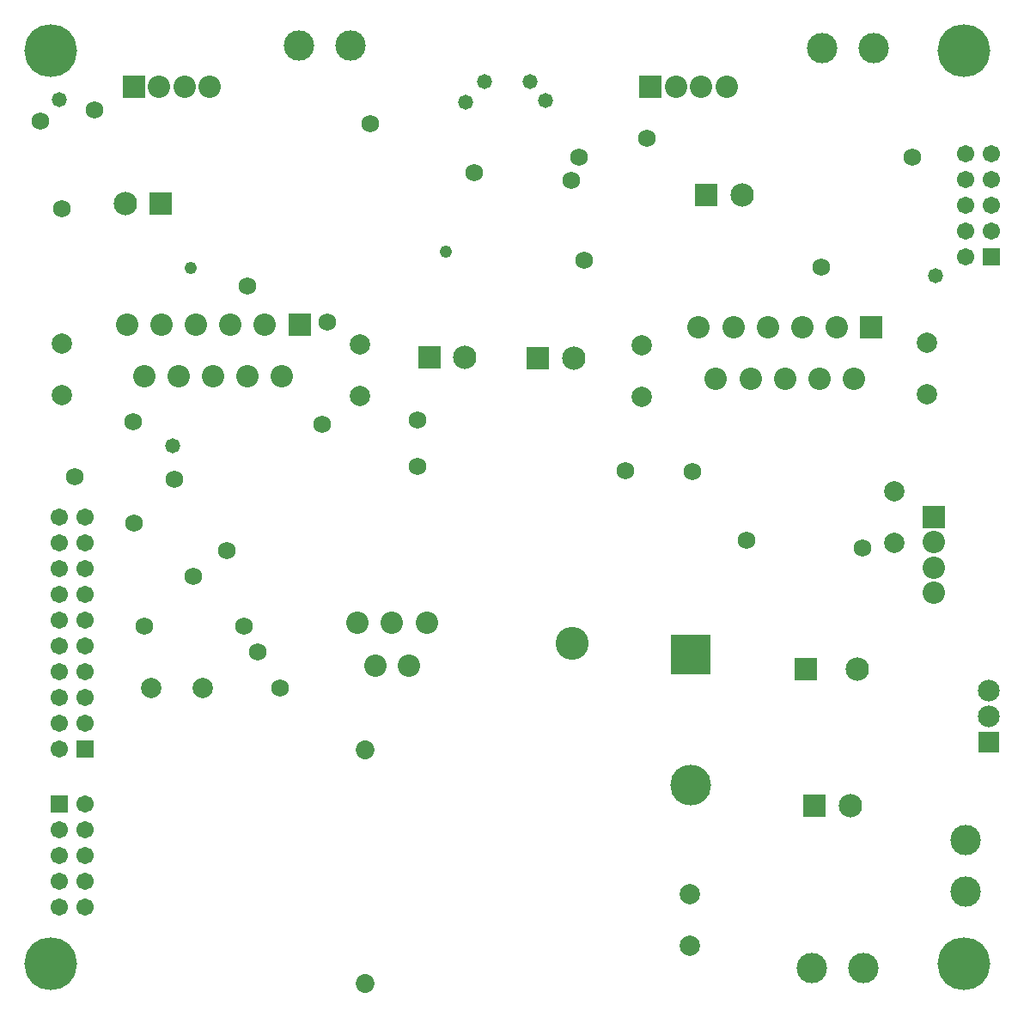
<source format=gbs>
G04*
G04 #@! TF.GenerationSoftware,Altium Limited,Altium Designer,21.3.2 (30)*
G04*
G04 Layer_Color=16711935*
%FSTAX44Y44*%
%MOMM*%
G71*
G04*
G04 #@! TF.SameCoordinates,71E4571F-97C7-41C0-9591-7C9436880AE0*
G04*
G04*
G04 #@! TF.FilePolarity,Negative*
G04*
G01*
G75*
%ADD34R,2.2032X2.2032*%
%ADD35C,2.2032*%
%ADD36C,2.9972*%
%ADD37R,1.7032X1.7032*%
%ADD38C,1.7032*%
%ADD39R,2.3032X2.3032*%
%ADD40C,2.3032*%
%ADD41C,2.0032*%
%ADD42C,1.8532*%
%ADD43R,2.2032X2.2032*%
%ADD44C,2.1432*%
%ADD45R,2.1432X2.1432*%
%ADD46R,4.0132X4.0132*%
%ADD47C,4.0132*%
%ADD48C,5.2032*%
%ADD49C,1.7272*%
%ADD50C,1.4732*%
%ADD51C,3.2512*%
%ADD52C,1.2192*%
D34*
X0013161Y00914146D02*
D03*
X0064088D02*
D03*
D35*
X0015661D02*
D03*
X0018161D02*
D03*
X0020661D02*
D03*
X0036957Y00343662D02*
D03*
X00403098D02*
D03*
X0042037Y0038608D02*
D03*
X00386334D02*
D03*
X00352298D02*
D03*
X0012504Y0067945D02*
D03*
X0014204Y0062865D02*
D03*
X0015904Y0067945D02*
D03*
X0017604Y0062865D02*
D03*
X0019304Y0067945D02*
D03*
X0021004Y0062865D02*
D03*
X0022704Y0067945D02*
D03*
X0024404Y0062865D02*
D03*
X0026104Y0067945D02*
D03*
X0027804Y0062865D02*
D03*
X0066588Y00914146D02*
D03*
X0069088D02*
D03*
X0071588D02*
D03*
X0068863Y0067691D02*
D03*
X0070563Y0062611D02*
D03*
X0072263Y0067691D02*
D03*
X0073963Y0062611D02*
D03*
X0075663Y0067691D02*
D03*
X0077363Y0062611D02*
D03*
X0079063Y0067691D02*
D03*
X0080763Y0062611D02*
D03*
X0082463Y0067691D02*
D03*
X0084163Y0062611D02*
D03*
X00920496Y00465474D02*
D03*
Y00440474D02*
D03*
Y00415474D02*
D03*
D36*
X0095123Y0017145D02*
D03*
Y0012065D02*
D03*
X008509Y0004572D02*
D03*
X008001D02*
D03*
X0086106Y009525D02*
D03*
X0081026D02*
D03*
X0034544Y0095504D02*
D03*
X0029464D02*
D03*
D37*
X0005842Y0020701D02*
D03*
X0008382Y0026162D02*
D03*
X0097663Y0074676D02*
D03*
D38*
X0008382Y0020701D02*
D03*
X0005842Y0018161D02*
D03*
X0008382D02*
D03*
X0005842Y0015621D02*
D03*
X0008382D02*
D03*
X0005842Y0013081D02*
D03*
X0008382D02*
D03*
X0005842Y0010541D02*
D03*
X0008382D02*
D03*
X0005842Y0026162D02*
D03*
X0008382Y0028702D02*
D03*
X0005842D02*
D03*
X0008382Y0031242D02*
D03*
X0005842D02*
D03*
X0008382Y0033782D02*
D03*
X0005842D02*
D03*
X0008382Y0036322D02*
D03*
X0005842D02*
D03*
X0008382Y0038862D02*
D03*
X0005842D02*
D03*
X0008382Y0041402D02*
D03*
X0005842D02*
D03*
X0008382Y0043942D02*
D03*
X0005842D02*
D03*
X0008382Y0046482D02*
D03*
X0005842D02*
D03*
X0008382Y0049022D02*
D03*
X0005842D02*
D03*
X0095123Y0074676D02*
D03*
X0097663Y0077216D02*
D03*
X0095123D02*
D03*
X0097663Y0079756D02*
D03*
X0095123D02*
D03*
X0097663Y0082296D02*
D03*
X0095123D02*
D03*
X0097663Y0084836D02*
D03*
X0095123D02*
D03*
D39*
X0069624Y0080772D02*
D03*
X0015847Y0079883D02*
D03*
X0080292Y0020574D02*
D03*
X0079375Y0034036D02*
D03*
X0042319Y006477D02*
D03*
X0053015Y0064643D02*
D03*
D40*
X0073124Y0080772D02*
D03*
X0012347Y0079883D02*
D03*
X0083792Y0020574D02*
D03*
X0084455Y0034036D02*
D03*
X0045819Y006477D02*
D03*
X0056515Y0064643D02*
D03*
D41*
X0014859Y0032131D02*
D03*
X0019939D02*
D03*
X0091313Y0066167D02*
D03*
Y0061087D02*
D03*
X0088138Y0051562D02*
D03*
Y0046482D02*
D03*
X0035433Y006604D02*
D03*
Y006096D02*
D03*
X0006096Y00661334D02*
D03*
Y00610534D02*
D03*
X0067945Y0006731D02*
D03*
Y001185D02*
D03*
X0063246Y0060833D02*
D03*
Y0065913D02*
D03*
D42*
X0035941Y0026048D02*
D03*
Y0003048D02*
D03*
D43*
X0029504Y0067945D02*
D03*
X0085863Y0067691D02*
D03*
X00920496Y00490474D02*
D03*
D44*
X00974085Y0031877D02*
D03*
Y0029337D02*
D03*
D45*
Y0026797D02*
D03*
D46*
X0068072Y0035433D02*
D03*
D47*
Y0022606D02*
D03*
D48*
X0095Y0095D02*
D03*
X0005D02*
D03*
X0095Y0005D02*
D03*
X0005D02*
D03*
D49*
X0027559Y0032131D02*
D03*
X0041148Y0058547D02*
D03*
X003175Y0058166D02*
D03*
X0017145Y0052705D02*
D03*
X0084963Y0045974D02*
D03*
X0046736Y0082931D02*
D03*
X0068199Y0053467D02*
D03*
X0022352Y004572D02*
D03*
X0014224Y0038227D02*
D03*
X0024003D02*
D03*
X0007366Y0052959D02*
D03*
X0006096Y0079375D02*
D03*
X0073533Y0046736D02*
D03*
X0041148Y0053975D02*
D03*
X00254Y0035687D02*
D03*
X0061595Y0053594D02*
D03*
X0057531Y0074295D02*
D03*
X0013208Y0048387D02*
D03*
X001905Y004318D02*
D03*
X0032258Y0068199D02*
D03*
X0013081Y005842D02*
D03*
X0009271Y0089154D02*
D03*
X0003937Y0088011D02*
D03*
X0080899Y007366D02*
D03*
X0024384Y0071755D02*
D03*
X0089916Y0084455D02*
D03*
X0057023D02*
D03*
X0036449Y0087757D02*
D03*
X0063754Y008636D02*
D03*
X0056261Y0082169D02*
D03*
D50*
X00170433Y0056006D02*
D03*
X0047752Y0091948D02*
D03*
X0052197D02*
D03*
X0045847Y0089916D02*
D03*
X0053721Y0090043D02*
D03*
X0005842Y009017D02*
D03*
X0092202Y0072771D02*
D03*
D51*
X0056388Y0036576D02*
D03*
D52*
X0043942Y0075184D02*
D03*
X0018796Y0073533D02*
D03*
M02*

</source>
